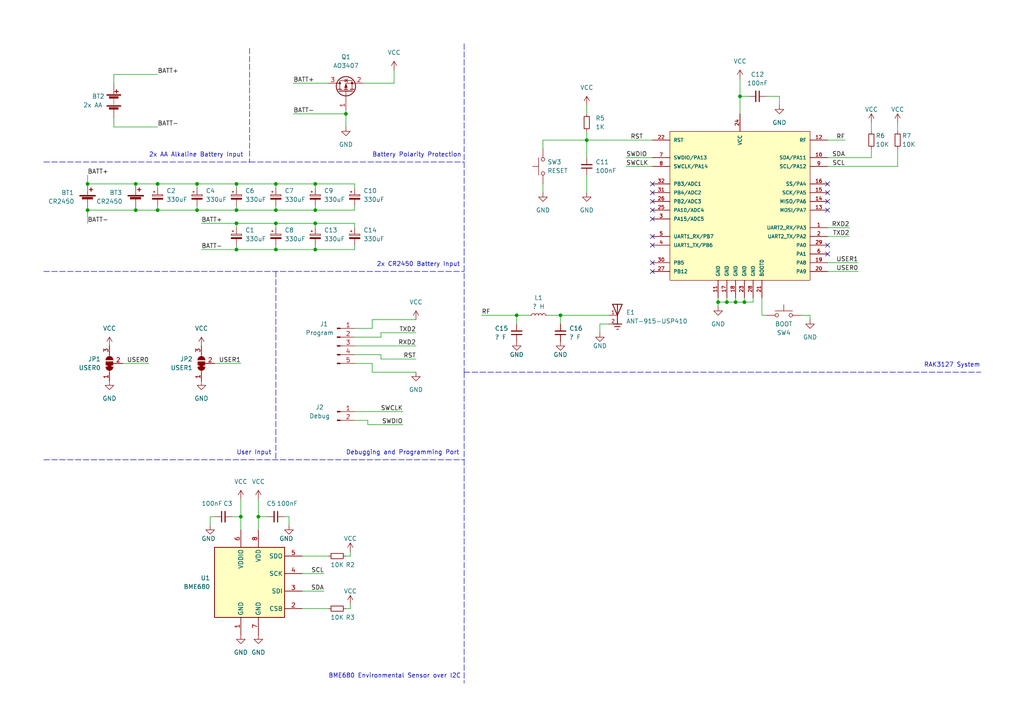
<source format=kicad_sch>
(kicad_sch (version 20211123) (generator eeschema)
  (paper "A4")
  (lib_symbols
    (symbol "Connector:Conn_01x02_Male" (pin_names (offset 1.016) hide)
      (property "Reference" "J" (at 0 2.54 0))
      (property "Value" "Conn_01x02_Male" (at 0 -5.08 0))
      (symbol "Conn_01x02_Male_1_1"
        (polyline (pts (xy 1.27 -2.54) (xy 0.8636 -2.54)) (stroke (width 0.1524)))
        (polyline (pts (xy 1.27 0) (xy 0.8636 0)) (stroke (width 0.1524)))
        (rectangle (start 0.8636 -2.413) (end 0 -2.667) (stroke (width 0.1524)) (fill (type outline)))
        (rectangle (start 0.8636 0.127) (end 0 -0.127) (stroke (width 0.1524)) (fill (type outline)))
        (pin passive line (at 5.08 0 180) (length 3.81) (name "Pin_1") (number "1"))
        (pin passive line (at 5.08 -2.54 180) (length 3.81) (name "Pin_2") (number "2"))
      )
    )
    (symbol "Connector:Conn_01x05_Male" (pin_names (offset 1.016) hide)
      (property "Reference" "J" (at 0 7.62 0))
      (property "Value" "Conn_01x05_Male" (at 0 -7.62 0))
      (symbol "Conn_01x05_Male_1_1"
        (polyline (pts (xy 1.27 -5.08) (xy 0.8636 -5.08)) (stroke (width 0.1524)))
        (polyline (pts (xy 1.27 -2.54) (xy 0.8636 -2.54)) (stroke (width 0.1524)))
        (polyline (pts (xy 1.27 0) (xy 0.8636 0)) (stroke (width 0.1524)))
        (polyline (pts (xy 1.27 2.54) (xy 0.8636 2.54)) (stroke (width 0.1524)))
        (polyline (pts (xy 1.27 5.08) (xy 0.8636 5.08)) (stroke (width 0.1524)))
        (rectangle (start 0.8636 -4.953) (end 0 -5.207) (stroke (width 0.1524)) (fill (type outline)))
        (rectangle (start 0.8636 -2.413) (end 0 -2.667) (stroke (width 0.1524)) (fill (type outline)))
        (rectangle (start 0.8636 0.127) (end 0 -0.127) (stroke (width 0.1524)) (fill (type outline)))
        (rectangle (start 0.8636 2.667) (end 0 2.413) (stroke (width 0.1524)) (fill (type outline)))
        (rectangle (start 0.8636 5.207) (end 0 4.953) (stroke (width 0.1524)) (fill (type outline)))
        (pin passive line (at 5.08 5.08 180) (length 3.81) (name "Pin_1") (number "1"))
        (pin passive line (at 5.08 2.54 180) (length 3.81) (name "Pin_2") (number "2"))
        (pin passive line (at 5.08 0 180) (length 3.81) (name "Pin_3") (number "3"))
        (pin passive line (at 5.08 -2.54 180) (length 3.81) (name "Pin_4") (number "4"))
        (pin passive line (at 5.08 -5.08 180) (length 3.81) (name "Pin_5") (number "5"))
      )
    )
    (symbol "Device:Battery" (pin_numbers hide) (pin_names (offset 0) hide)
      (property "Reference" "BT" (at 2.54 2.54 0))
      (property "Value" "Battery" (at 2.54 0 0))
      (symbol "Battery_0_1"
        (rectangle (start -2.032 -1.397) (end 2.032 -1.651) (fill (type outline)))
        (rectangle (start -2.032 1.778) (end 2.032 1.524) (fill (type outline)))
        (rectangle (start -1.3208 -1.9812) (end 1.27 -2.4892) (fill (type outline)))
        (rectangle (start -1.3208 1.1938) (end 1.27 0.6858) (fill (type outline)))
        (polyline (pts (xy 0 -1.524) (xy 0 -1.27)))
        (polyline (pts (xy 0 -1.016) (xy 0 -0.762)))
        (polyline (pts (xy 0 -0.508) (xy 0 -0.254)))
        (polyline (pts (xy 0 0) (xy 0 0.254)))
        (polyline (pts (xy 0 0.508) (xy 0 0.762)))
        (polyline (pts (xy 0 1.778) (xy 0 2.54)))
        (polyline (pts (xy 0.254 2.667) (xy 1.27 2.667)) (stroke (width 0.254)))
        (polyline (pts (xy 0.762 3.175) (xy 0.762 2.159)) (stroke (width 0.254)))
      )
      (symbol "Battery_1_1"
        (pin passive line (at 0 5.08 270) (length 2.54) (name "+") (number "1"))
        (pin passive line (at 0 -5.08 90) (length 2.54) (name "-") (number "2"))
      )
    )
    (symbol "Device:Battery_Cell" (pin_numbers hide) (pin_names (offset 0) hide)
      (property "Reference" "BT" (at 2.54 2.54 0))
      (property "Value" "Battery_Cell" (at 2.54 0 0))
      (symbol "Battery_Cell_0_1"
        (rectangle (start -2.286 1.778) (end 2.286 1.524) (fill (type outline)))
        (rectangle (start -1.5748 1.1938) (end 1.4732 0.6858) (fill (type outline)))
        (polyline (pts (xy 0 0.762) (xy 0 0)))
        (polyline (pts (xy 0 1.778) (xy 0 2.54)))
        (polyline (pts (xy 0.508 3.429) (xy 1.524 3.429)) (stroke (width 0.254)))
        (polyline (pts (xy 1.016 3.937) (xy 1.016 2.921)) (stroke (width 0.254)))
      )
      (symbol "Battery_Cell_1_1"
        (pin passive line (at 0 5.08 270) (length 2.54) (name "+") (number "1"))
        (pin passive line (at 0 -2.54 90) (length 2.54) (name "-") (number "2"))
      )
    )
    (symbol "Device:C_Polarized_Small" (pin_numbers hide) (pin_names (offset 0.254) hide)
      (property "Reference" "C" (at 0.254 1.778 0))
      (property "Value" "C_Polarized_Small" (at 0.254 -2.032 0))
      (symbol "C_Polarized_Small_0_1"
        (rectangle (start -1.524 -0.3048) (end 1.524 -0.6858) (fill (type outline)))
        (rectangle (start -1.524 0.6858) (end 1.524 0.3048))
        (polyline (pts (xy -1.27 1.524) (xy -0.762 1.524)))
        (polyline (pts (xy -1.016 1.27) (xy -1.016 1.778)))
      )
      (symbol "C_Polarized_Small_1_1"
        (pin passive line (at 0 2.54 270) (length 1.8542) (name "~") (number "1"))
        (pin passive line (at 0 -2.54 90) (length 1.8542) (name "~") (number "2"))
      )
    )
    (symbol "Device:C_Small" (pin_numbers hide) (pin_names (offset 0.254) hide)
      (property "Reference" "C" (at 0.254 1.778 0))
      (property "Value" "C_Small" (at 0.254 -2.032 0))
      (symbol "C_Small_0_1"
        (polyline (pts (xy -1.524 -0.508) (xy 1.524 -0.508)) (stroke (width 0.3302)))
        (polyline (pts (xy -1.524 0.508) (xy 1.524 0.508)) (stroke (width 0.3048)))
      )
      (symbol "C_Small_1_1"
        (pin passive line (at 0 2.54 270) (length 2.032) (name "~") (number "1"))
        (pin passive line (at 0 -2.54 90) (length 2.032) (name "~") (number "2"))
      )
    )
    (symbol "Device:L_Small" (pin_numbers hide) (pin_names (offset 0.254) hide)
      (property "Reference" "L" (at 0.762 1.016 0))
      (property "Value" "L_Small" (at 0.762 -1.016 0))
      (symbol "L_Small_0_1"
        (arc (start 0 -2.032) (mid 0.508 -1.524) (end 0 -1.016))
        (arc (start 0 -1.016) (mid 0.508 -0.508) (end 0 0))
        (arc (start 0 0) (mid 0.508 0.508) (end 0 1.016))
        (arc (start 0 1.016) (mid 0.508 1.524) (end 0 2.032))
      )
      (symbol "L_Small_1_1"
        (pin passive line (at 0 2.54 270) (length 0.508) (name "~") (number "1"))
        (pin passive line (at 0 -2.54 90) (length 0.508) (name "~") (number "2"))
      )
    )
    (symbol "Device:Q_PMOS_GSD" (pin_names (offset 0) hide)
      (property "Reference" "Q" (at 5.08 1.27 0))
      (property "Value" "Q_PMOS_GSD" (at 5.08 -1.27 0))
      (symbol "Q_PMOS_GSD_0_1"
        (polyline (pts (xy 0.254 0) (xy -2.54 0)))
        (polyline (pts (xy 0.254 1.905) (xy 0.254 -1.905)) (stroke (width 0.254)))
        (polyline (pts (xy 0.762 -1.27) (xy 0.762 -2.286)) (stroke (width 0.254)))
        (polyline (pts (xy 0.762 0.508) (xy 0.762 -0.508)) (stroke (width 0.254)))
        (polyline (pts (xy 0.762 2.286) (xy 0.762 1.27)) (stroke (width 0.254)))
        (polyline (pts (xy 2.54 2.54) (xy 2.54 1.778)))
        (polyline (pts (xy 2.54 -2.54) (xy 2.54 0) (xy 0.762 0)))
        (polyline (pts (xy 0.762 1.778) (xy 3.302 1.778) (xy 3.302 -1.778) (xy 0.762 -1.778)))
        (polyline (pts (xy 2.286 0) (xy 1.27 0.381) (xy 1.27 -0.381) (xy 2.286 0)) (fill (type outline)))
        (polyline (pts (xy 2.794 -0.508) (xy 2.921 -0.381) (xy 3.683 -0.381) (xy 3.81 -0.254)))
        (polyline (pts (xy 3.302 -0.381) (xy 2.921 0.254) (xy 3.683 0.254) (xy 3.302 -0.381)))
        (circle (center 1.651 0) (radius 2.794) (stroke (width 0.254)))
        (circle (center 2.54 -1.778) (radius 0.254) (fill (type outline)))
        (circle (center 2.54 1.778) (radius 0.254) (fill (type outline)))
      )
      (symbol "Q_PMOS_GSD_1_1"
        (pin input line (at -5.08 0 0) (length 2.54) (name "G") (number "1"))
        (pin passive line (at 2.54 -5.08 90) (length 2.54) (name "S") (number "2"))
        (pin passive line (at 2.54 5.08 270) (length 2.54) (name "D") (number "3"))
      )
    )
    (symbol "Device:R_Small" (pin_numbers hide) (pin_names (offset 0.254) hide)
      (property "Reference" "R" (at 0.762 0.508 0))
      (property "Value" "R_Small" (at 0.762 -1.016 0))
      (symbol "R_Small_0_1"
        (rectangle (start -0.762 1.778) (end 0.762 -1.778) (stroke (width 0.2032)))
      )
      (symbol "R_Small_1_1"
        (pin passive line (at 0 2.54 270) (length 0.762) (name "~") (number "1"))
        (pin passive line (at 0 -2.54 90) (length 0.762) (name "~") (number "2"))
      )
    )
    (symbol "Jumper:SolderJumper_3_Bridged12" (pin_names (offset 0) hide)
      (property "Reference" "JP" (at -2.54 -2.54 0))
      (property "Value" "SolderJumper_3_Bridged12" (at 0 2.794 0))
      (symbol "SolderJumper_3_Bridged12_0_1"
        (rectangle (start -1.016 0.508) (end -0.508 -0.508) (fill (type outline)))
        (arc (start -1.016 1.016) (mid -2.032 0) (end -1.016 -1.016))
        (arc (start -1.016 1.016) (mid -2.032 0) (end -1.016 -1.016) (fill (type outline)))
        (rectangle (start -0.508 1.016) (end 0.508 -1.016) (fill (type outline)))
        (polyline (pts (xy -2.54 0) (xy -2.032 0)))
        (polyline (pts (xy -1.016 1.016) (xy -1.016 -1.016)))
        (polyline (pts (xy 0 -1.27) (xy 0 -1.016)))
        (polyline (pts (xy 1.016 1.016) (xy 1.016 -1.016)))
        (polyline (pts (xy 2.54 0) (xy 2.032 0)))
        (arc (start 1.016 -1.016) (mid 2.032 0) (end 1.016 1.016))
        (arc (start 1.016 -1.016) (mid 2.032 0) (end 1.016 1.016) (fill (type outline)))
      )
      (symbol "SolderJumper_3_Bridged12_1_1"
        (pin passive line (at -5.08 0 0) (length 2.54) (name "A") (number "1"))
        (pin passive line (at 0 -3.81 90) (length 2.54) (name "C") (number "2"))
        (pin passive line (at 5.08 0 180) (length 2.54) (name "B") (number "3"))
      )
    )
    (symbol "Sensor:BME680"
      (property "Reference" "U" (at -8.89 11.43 0))
      (property "Value" "BME680" (at 7.62 11.43 0))
      (symbol "BME680_0_1"
        (rectangle (start -10.16 10.16) (end 10.16 -10.16) (stroke (width 0.254)) (fill (type background)))
      )
      (symbol "BME680_1_1"
        (pin power_in line (at -2.54 -15.24 90) (length 5.08) (name "GND") (number "1"))
        (pin input line (at 15.24 -7.62 180) (length 5.08) (name "CSB") (number "2"))
        (pin bidirectional line (at 15.24 -2.54 180) (length 5.08) (name "SDI") (number "3"))
        (pin input line (at 15.24 2.54 180) (length 5.08) (name "SCK") (number "4"))
        (pin bidirectional line (at 15.24 7.62 180) (length 5.08) (name "SDO") (number "5"))
        (pin power_in line (at -2.54 15.24 270) (length 5.08) (name "VDDIO") (number "6"))
        (pin power_in line (at 2.54 -15.24 90) (length 5.08) (name "GND") (number "7"))
        (pin power_in line (at 2.54 15.24 270) (length 5.08) (name "VDD") (number "8"))
      )
    )
    (symbol "Switch:SW_Push" (pin_numbers hide) (pin_names (offset 1.016) hide)
      (property "Reference" "SW" (at 1.27 2.54 0))
      (property "Value" "SW_Push" (at 0 -1.524 0))
      (symbol "SW_Push_0_1"
        (circle (center -2.032 0) (radius 0.508))
        (polyline (pts (xy 0 1.27) (xy 0 3.048)))
        (polyline (pts (xy 2.54 1.27) (xy -2.54 1.27)))
        (circle (center 2.032 0) (radius 0.508))
        (pin passive line (at -5.08 0 0) (length 2.54) (name "1") (number "1"))
        (pin passive line (at 5.08 0 180) (length 2.54) (name "2") (number "2"))
      )
    )
    (symbol "Teapot:ANT-915-USP410" (pin_names (offset 1.016) hide)
      (property "Reference" "E" (at -5.08 -7.62 0))
      (property "Value" "ANT-915-USP410" (at 2.159 -1.016 0))
      (symbol "ANT-915-USP410_0_0"
        (polyline (pts (xy -1.397 3.175) (xy 0 3.175)) (stroke (width 0.254)))
        (polyline (pts (xy -0.762 -3.302) (xy 0.762 -3.302)) (stroke (width 0.254)))
        (polyline (pts (xy -0.127 -4.064) (xy 0.254 -4.064)) (stroke (width 0.254)))
        (polyline (pts (xy 0 -2.54) (xy -1.27 -2.54)) (stroke (width 0.254)))
        (polyline (pts (xy 0 -2.54) (xy 1.27 -2.54)) (stroke (width 0.254)))
        (polyline (pts (xy 0 0) (xy -1.397 3.175)) (stroke (width 0.254)))
        (polyline (pts (xy 0 0) (xy 0 -2.54)) (stroke (width 0.254)))
        (polyline (pts (xy 0 3.175) (xy 0 0)) (stroke (width 0.254)))
        (polyline (pts (xy 0 3.175) (xy 1.397 3.175)) (stroke (width 0.254)))
        (polyline (pts (xy 1.397 3.175) (xy 0 0)) (stroke (width 0.254)))
        (pin passive line (at -2.54 0 0) (length 2.54) (name "~") (number "1"))
        (pin power_in line (at -2.54 -2.54 0) (length 2.54) (name "~") (number "2"))
      )
    )
    (symbol "Teapot:RAK3172" (pin_names (offset 1.016))
      (symbol "RAK3172_0_0"
        (rectangle (start 20.32 -21.59) (end -20.32 21.59) (fill (type background)))
        (pin bidirectional line (at 25.4 -6.35 180) (length 5.08) (name "UART2_RX/PA3") (number "1"))
        (pin bidirectional line (at 25.4 13.97 180) (length 5.08) (name "SDA/PA11") (number "10"))
        (pin output line (at -6.35 -26.67 90) (length 5.08) (name "GND") (number "11"))
        (pin output line (at 25.4 19.05 180) (length 5.08) (name "RF") (number "12"))
        (pin bidirectional line (at 25.4 -1.27 180) (length 5.08) (name "MOSI/PA7") (number "13"))
        (pin bidirectional line (at 25.4 1.27 180) (length 5.08) (name "MISO/PA6") (number "14"))
        (pin bidirectional line (at 25.4 3.81 180) (length 5.08) (name "SCK/PA5") (number "15"))
        (pin bidirectional line (at 25.4 6.35 180) (length 5.08) (name "SS/PA4") (number "16"))
        (pin output line (at -3.81 -26.67 90) (length 5.08) (name "GND") (number "17"))
        (pin output line (at -1.27 -26.67 90) (length 5.08) (name "GND") (number "18"))
        (pin bidirectional line (at 25.4 -16.51 180) (length 5.08) (name "PA8") (number "19"))
        (pin bidirectional line (at 25.4 -8.89 180) (length 5.08) (name "UART2_TX/PA2") (number "2"))
        (pin bidirectional line (at 25.4 -19.05 180) (length 5.08) (name "PA9") (number "20"))
        (pin input line (at 6.35 -26.67 90) (length 5.08) (name "BOOT0") (number "21"))
        (pin input line (at -25.4 19.05 0) (length 5.08) (name "RST") (number "22"))
        (pin output line (at 1.27 -26.67 90) (length 5.08) (name "GND") (number "23"))
        (pin power_in line (at 0 26.67 270) (length 5.08) (name "VCC") (number "24"))
        (pin bidirectional line (at -25.4 -1.27 0) (length 5.08) (name "PA10/ADC4") (number "25"))
        (pin bidirectional line (at -25.4 1.27 0) (length 5.08) (name "PB2/ADC3") (number "26"))
        (pin bidirectional line (at -25.4 -19.05 0) (length 5.08) (name "PB12") (number "27"))
        (pin output line (at 3.81 -26.67 90) (length 5.08) (name "GND") (number "28"))
        (pin bidirectional line (at 25.4 -11.43 180) (length 5.08) (name "PA0") (number "29"))
        (pin bidirectional line (at -25.4 -3.81 0) (length 5.08) (name "PA15/ADC5") (number "3"))
        (pin bidirectional line (at -25.4 -16.51 0) (length 5.08) (name "PB5") (number "30"))
        (pin bidirectional line (at -25.4 3.81 0) (length 5.08) (name "PB4/ADC2") (number "31"))
        (pin bidirectional line (at -25.4 6.35 0) (length 5.08) (name "PB3/ADC1") (number "32"))
        (pin bidirectional line (at -25.4 -11.43 0) (length 5.08) (name "UART1_TX/PB6") (number "4"))
        (pin bidirectional line (at -25.4 -8.89 0) (length 5.08) (name "UART1_RX/PB7") (number "5"))
        (pin bidirectional line (at 25.4 -13.97 180) (length 5.08) (name "PA1") (number "6"))
        (pin bidirectional line (at -25.4 13.97 0) (length 5.08) (name "SWDIO/PA13") (number "7"))
        (pin bidirectional line (at -25.4 11.43 0) (length 5.08) (name "SWCLK/PA14") (number "8"))
        (pin bidirectional line (at 25.4 11.43 180) (length 5.08) (name "SCL/PA12") (number "9"))
      )
    )
    (symbol "power:GND" (power) (pin_names (offset 0))
      (property "Value" "GND" (at 0 -3.81 0))
      (symbol "GND_0_1"
        (polyline (pts (xy 0 0) (xy 0 -1.27) (xy 1.27 -1.27) (xy 0 -2.54) (xy -1.27 -1.27) (xy 0 -1.27)))
      )
      (symbol "GND_1_1"
        (pin power_in line (at 0 0 270) (length 0) hide (name "GND") (number "1"))
      )
    )
    (symbol "power:VCC" (power) (pin_names (offset 0))
      (property "Value" "VCC" (at 0 3.81 0))
      (symbol "VCC_0_1"
        (polyline (pts (xy -0.762 1.27) (xy 0 2.54)))
        (polyline (pts (xy 0 0) (xy 0 2.54)))
        (polyline (pts (xy 0 2.54) (xy 0.762 1.27)))
      )
      (symbol "VCC_1_1"
        (pin power_in line (at 0 0 90) (length 0) hide (name "VCC") (number "1"))
      )
    )
  )
  (junction (at 80.01 64.77))
  (junction (at 25.4 53.34))
  (junction (at 91.44 72.39))
  (junction (at 45.72 60.96))
  (junction (at 149.86 91.44))
  (junction (at 80.01 72.39))
  (junction (at 80.01 53.34))
  (junction (at 68.58 60.96))
  (junction (at 57.15 60.96))
  (junction (at 68.58 72.39))
  (junction (at 91.44 60.96))
  (junction (at 208.28 87.63))
  (junction (at 213.36 87.63))
  (junction (at 39.37 60.96))
  (junction (at 210.82 87.63))
  (junction (at 80.01 60.96))
  (junction (at 91.44 64.77))
  (junction (at 69.85 149.86))
  (junction (at 57.15 53.34))
  (junction (at 100.33 33.02))
  (junction (at 68.58 53.34))
  (junction (at 162.56 91.44))
  (junction (at 39.37 53.34))
  (junction (at 74.93 149.86))
  (junction (at 170.18 40.64))
  (junction (at 68.58 64.77))
  (junction (at 214.63 27.94))
  (junction (at 215.9 87.63))
  (junction (at 45.72 53.34))
  (junction (at 91.44 53.34))
  (junction (at 25.4 60.96))
  (no_connect (at 189.23 60.96))
  (no_connect (at 189.23 63.5))
  (no_connect (at 189.23 58.42))
  (no_connect (at 189.23 71.12))
  (no_connect (at 189.23 68.58))
  (no_connect (at 189.23 76.2))
  (no_connect (at 189.23 78.74))
  (no_connect (at 240.03 73.66))
  (no_connect (at 240.03 71.12))
  (no_connect (at 189.23 55.88))
  (no_connect (at 189.23 53.34))
  (no_connect (at 240.03 58.42))
  (no_connect (at 240.03 60.96))
  (no_connect (at 240.03 55.88))
  (no_connect (at 240.03 53.34))
  (wire (pts (xy 80.01 71.12) (xy 80.01 72.39)))
  (wire (pts (xy 100.33 31.75) (xy 100.33 33.02)))
  (wire (pts (xy 101.6 160.02) (xy 101.6 161.29)))
  (wire (pts (xy 87.63 166.37) (xy 93.98 166.37)))
  (wire (pts (xy 105.41 24.13) (xy 114.3 24.13)))
  (wire (pts (xy 57.15 59.69) (xy 57.15 60.96)))
  (wire (pts (xy 218.44 87.63) (xy 215.9 87.63)))
  (wire (pts (xy 157.48 43.18) (xy 157.48 40.64)))
  (wire (pts (xy 83.82 149.86) (xy 83.82 152.4)))
  (wire (pts (xy 80.01 53.34) (xy 80.01 54.61)))
  (wire (pts (xy 110.49 96.52) (xy 110.49 97.79)))
  (wire (pts (xy 149.86 91.44) (xy 149.86 93.98)))
  (wire (pts (xy 91.44 72.39) (xy 80.01 72.39)))
  (wire (pts (xy 162.56 91.44) (xy 162.56 93.98)))
  (wire (pts (xy 260.35 43.18) (xy 260.35 48.26)))
  (wire (pts (xy 39.37 53.34) (xy 45.72 53.34)))
  (wire (pts (xy 100.33 33.02) (xy 100.33 36.83)))
  (wire (pts (xy 181.61 45.72) (xy 189.23 45.72)))
  (wire (pts (xy 68.58 60.96) (xy 57.15 60.96)))
  (wire (pts (xy 74.93 149.86) (xy 77.47 149.86)))
  (wire (pts (xy 173.99 93.98) (xy 176.53 93.98)))
  (wire (pts (xy 210.82 87.63) (xy 208.28 87.63)))
  (wire (pts (xy 101.6 176.53) (xy 100.33 176.53)))
  (wire (pts (xy 33.02 21.59) (xy 33.02 24.13)))
  (wire (pts (xy 87.63 171.45) (xy 93.98 171.45)))
  (wire (pts (xy 114.3 24.13) (xy 114.3 20.32)))
  (wire (pts (xy 68.58 72.39) (xy 80.01 72.39)))
  (wire (pts (xy 215.9 87.63) (xy 213.36 87.63)))
  (polyline (pts (xy 12.7 78.74) (xy 134.62 78.74)))
  (wire (pts (xy 80.01 60.96) (xy 68.58 60.96)))
  (wire (pts (xy 149.86 91.44) (xy 153.67 91.44)))
  (wire (pts (xy 35.56 105.41) (xy 43.18 105.41)))
  (wire (pts (xy 58.42 64.77) (xy 68.58 64.77)))
  (wire (pts (xy 213.36 86.36) (xy 213.36 87.63)))
  (wire (pts (xy 91.44 60.96) (xy 80.01 60.96)))
  (wire (pts (xy 69.85 144.78) (xy 69.85 149.86)))
  (wire (pts (xy 107.95 92.71) (xy 120.65 92.71)))
  (wire (pts (xy 45.72 53.34) (xy 45.72 54.61)))
  (wire (pts (xy 214.63 27.94) (xy 214.63 33.02)))
  (wire (pts (xy 87.63 176.53) (xy 95.25 176.53)))
  (wire (pts (xy 62.23 149.86) (xy 60.96 149.86)))
  (wire (pts (xy 45.72 53.34) (xy 57.15 53.34)))
  (wire (pts (xy 25.4 50.8) (xy 25.4 53.34)))
  (wire (pts (xy 240.03 76.2) (xy 248.92 76.2)))
  (wire (pts (xy 210.82 86.36) (xy 210.82 87.63)))
  (wire (pts (xy 45.72 59.69) (xy 45.72 60.96)))
  (wire (pts (xy 170.18 40.64) (xy 170.18 38.1)))
  (wire (pts (xy 57.15 53.34) (xy 68.58 53.34)))
  (wire (pts (xy 85.09 24.13) (xy 95.25 24.13)))
  (wire (pts (xy 260.35 35.56) (xy 260.35 38.1)))
  (wire (pts (xy 25.4 60.96) (xy 25.4 64.77)))
  (wire (pts (xy 214.63 27.94) (xy 217.17 27.94)))
  (wire (pts (xy 91.44 59.69) (xy 91.44 60.96)))
  (wire (pts (xy 25.4 53.34) (xy 39.37 53.34)))
  (wire (pts (xy 170.18 50.8) (xy 170.18 55.88)))
  (polyline (pts (xy 12.7 133.35) (xy 134.62 133.35)))
  (wire (pts (xy 107.95 107.95) (xy 120.65 107.95)))
  (wire (pts (xy 91.44 53.34) (xy 102.87 53.34)))
  (wire (pts (xy 106.68 123.19) (xy 116.84 123.19)))
  (wire (pts (xy 162.56 91.44) (xy 176.53 91.44)))
  (wire (pts (xy 173.99 96.52) (xy 173.99 93.98)))
  (wire (pts (xy 69.85 149.86) (xy 67.31 149.86)))
  (wire (pts (xy 106.68 123.19) (xy 106.68 121.92)))
  (wire (pts (xy 82.55 149.86) (xy 83.82 149.86)))
  (wire (pts (xy 110.49 104.14) (xy 110.49 102.87)))
  (wire (pts (xy 68.58 59.69) (xy 68.58 60.96)))
  (wire (pts (xy 110.49 96.52) (xy 120.65 96.52)))
  (wire (pts (xy 107.95 92.71) (xy 107.95 95.25)))
  (wire (pts (xy 102.87 100.33) (xy 120.65 100.33)))
  (wire (pts (xy 222.25 27.94) (xy 226.06 27.94)))
  (wire (pts (xy 33.02 36.83) (xy 45.72 36.83)))
  (wire (pts (xy 91.44 53.34) (xy 91.44 54.61)))
  (wire (pts (xy 170.18 30.48) (xy 170.18 33.02)))
  (wire (pts (xy 102.87 53.34) (xy 102.87 54.61)))
  (polyline (pts (xy 134.62 107.95) (xy 134.62 133.35)))
  (wire (pts (xy 102.87 72.39) (xy 91.44 72.39)))
  (wire (pts (xy 60.96 149.86) (xy 60.96 152.4)))
  (wire (pts (xy 208.28 87.63) (xy 208.28 88.9)))
  (polyline (pts (xy 72.39 13.97) (xy 72.39 46.99)))
  (wire (pts (xy 102.87 59.69) (xy 102.87 60.96)))
  (polyline (pts (xy 134.62 107.95) (xy 284.48 107.95)))
  (wire (pts (xy 215.9 86.36) (xy 215.9 87.63)))
  (wire (pts (xy 110.49 102.87) (xy 102.87 102.87)))
  (wire (pts (xy 58.42 72.39) (xy 68.58 72.39)))
  (wire (pts (xy 170.18 40.64) (xy 189.23 40.64)))
  (wire (pts (xy 91.44 71.12) (xy 91.44 72.39)))
  (wire (pts (xy 107.95 105.41) (xy 102.87 105.41)))
  (wire (pts (xy 170.18 40.64) (xy 170.18 45.72)))
  (wire (pts (xy 68.58 64.77) (xy 68.58 66.04)))
  (wire (pts (xy 101.6 161.29) (xy 100.33 161.29)))
  (wire (pts (xy 157.48 53.34) (xy 157.48 55.88)))
  (wire (pts (xy 214.63 22.86) (xy 214.63 27.94)))
  (wire (pts (xy 91.44 64.77) (xy 102.87 64.77)))
  (wire (pts (xy 45.72 60.96) (xy 57.15 60.96)))
  (wire (pts (xy 80.01 64.77) (xy 80.01 66.04)))
  (wire (pts (xy 68.58 53.34) (xy 80.01 53.34)))
  (wire (pts (xy 107.95 95.25) (xy 102.87 95.25)))
  (wire (pts (xy 68.58 53.34) (xy 68.58 54.61)))
  (wire (pts (xy 220.98 91.44) (xy 222.25 91.44)))
  (polyline (pts (xy 72.39 46.99) (xy 134.62 46.99)))
  (wire (pts (xy 91.44 64.77) (xy 91.44 66.04)))
  (wire (pts (xy 158.75 91.44) (xy 162.56 91.44)))
  (polyline (pts (xy 12.7 46.99) (xy 72.39 46.99)))
  (wire (pts (xy 25.4 60.96) (xy 39.37 60.96)))
  (wire (pts (xy 110.49 97.79) (xy 102.87 97.79)))
  (wire (pts (xy 62.23 105.41) (xy 69.85 105.41)))
  (wire (pts (xy 139.7 91.44) (xy 149.86 91.44)))
  (wire (pts (xy 240.03 40.64) (xy 245.11 40.64)))
  (wire (pts (xy 68.58 71.12) (xy 68.58 72.39)))
  (wire (pts (xy 57.15 53.34) (xy 57.15 54.61)))
  (wire (pts (xy 110.49 104.14) (xy 120.65 104.14)))
  (wire (pts (xy 102.87 60.96) (xy 91.44 60.96)))
  (wire (pts (xy 101.6 175.26) (xy 101.6 176.53)))
  (wire (pts (xy 106.68 121.92) (xy 102.87 121.92)))
  (wire (pts (xy 220.98 86.36) (xy 220.98 91.44)))
  (wire (pts (xy 234.95 91.44) (xy 234.95 92.71)))
  (wire (pts (xy 213.36 87.63) (xy 210.82 87.63)))
  (wire (pts (xy 252.73 43.18) (xy 252.73 45.72)))
  (polyline (pts (xy 80.01 78.74) (xy 80.01 133.35)))
  (wire (pts (xy 252.73 35.56) (xy 252.73 38.1)))
  (wire (pts (xy 102.87 71.12) (xy 102.87 72.39)))
  (wire (pts (xy 33.02 34.29) (xy 33.02 36.83)))
  (wire (pts (xy 208.28 86.36) (xy 208.28 87.63)))
  (wire (pts (xy 102.87 119.38) (xy 116.84 119.38)))
  (wire (pts (xy 33.02 21.59) (xy 45.72 21.59)))
  (wire (pts (xy 69.85 149.86) (xy 69.85 153.67)))
  (wire (pts (xy 240.03 78.74) (xy 248.92 78.74)))
  (wire (pts (xy 102.87 64.77) (xy 102.87 66.04)))
  (wire (pts (xy 74.93 149.86) (xy 74.93 153.67)))
  (wire (pts (xy 74.93 144.78) (xy 74.93 149.86)))
  (wire (pts (xy 240.03 66.04) (xy 246.38 66.04)))
  (wire (pts (xy 87.63 161.29) (xy 95.25 161.29)))
  (polyline (pts (xy 134.62 12.7) (xy 134.62 72.39)))
  (wire (pts (xy 240.03 68.58) (xy 246.38 68.58)))
  (wire (pts (xy 240.03 45.72) (xy 252.73 45.72)))
  (wire (pts (xy 181.61 48.26) (xy 189.23 48.26)))
  (polyline (pts (xy 134.62 72.39) (xy 134.62 107.95)))
  (wire (pts (xy 80.01 64.77) (xy 91.44 64.77)))
  (wire (pts (xy 80.01 59.69) (xy 80.01 60.96)))
  (wire (pts (xy 107.95 107.95) (xy 107.95 105.41)))
  (wire (pts (xy 232.41 91.44) (xy 234.95 91.44)))
  (wire (pts (xy 240.03 48.26) (xy 260.35 48.26)))
  (wire (pts (xy 218.44 86.36) (xy 218.44 87.63)))
  (wire (pts (xy 80.01 53.34) (xy 91.44 53.34)))
  (wire (pts (xy 85.09 33.02) (xy 100.33 33.02)))
  (wire (pts (xy 39.37 60.96) (xy 45.72 60.96)))
  (wire (pts (xy 226.06 27.94) (xy 226.06 30.48)))
  (wire (pts (xy 157.48 40.64) (xy 170.18 40.64)))
  (polyline (pts (xy 134.62 133.35) (xy 134.62 198.12)))
  (wire (pts (xy 68.58 64.77) (xy 80.01 64.77)))
  (text "RAK3127 System" (at 267.97 106.68 0) (effects (font (size 1.27 1.27)) (justify left bottom)))
  (text "BME680 Environmental Sensor over I2C" (at 95.25 196.85 0) (effects (font (size 1.27 1.27)) (justify left bottom)))
  (text "2x CR2450 Battery Input" (at 109.22 77.47 0) (effects (font (size 1.27 1.27)) (justify left bottom)))
  (text "Battery Polarity Protection" (at 107.95 45.72 0) (effects (font (size 1.27 1.27)) (justify left bottom)))
  (text "2x AA Alkaline Battery Input" (at 43.18 45.72 0) (effects (font (size 1.27 1.27)) (justify left bottom)))
  (text "User Input" (at 68.58 132.08 0) (effects (font (size 1.27 1.27)) (justify left bottom)))
  (text "Debugging and Programming Port" (at 100.33 132.08 0) (effects (font (size 1.27 1.27)) (justify left bottom)))
  (label "TXD2" (at 120.65 96.52 180))
  (label "SWCLK" (at 116.84 119.38 180))
  (label "RF" (at 139.7 91.44 0))
  (label "SCL" (at 93.98 166.37 180))
  (label "BATT-" (at 25.4 64.77 0))
  (label "BATT-" (at 58.42 72.39 0))
  (label "SDA" (at 245.11 45.72 180))
  (label "USER0" (at 248.92 78.74 180))
  (label "SWDIO" (at 181.61 45.72 0))
  (label "RST" (at 120.65 104.14 180))
  (label "USER1" (at 248.92 76.2 180))
  (label "BATT+" (at 45.72 21.59 0))
  (label "BATT-" (at 45.72 36.83 0))
  (label "RXD2" (at 246.38 66.04 180))
  (label "BATT+" (at 58.42 64.77 0))
  (label "BATT+" (at 85.09 24.13 0))
  (label "TXD2" (at 246.38 68.58 180))
  (label "RF" (at 245.11 40.64 180))
  (label "RXD2" (at 120.65 100.33 180))
  (label "BATT-" (at 85.09 33.02 0))
  (label "USER1" (at 69.85 105.41 180))
  (label "SWDIO" (at 116.84 123.19 180))
  (label "RST" (at 182.88 40.64 0))
  (label "SWCLK" (at 181.61 48.26 0))
  (label "USER0" (at 43.18 105.41 180))
  (label "SDA" (at 93.98 171.45 180))
  (label "BATT+" (at 25.4 50.8 0))
  (label "SCL" (at 245.11 48.26 180))
  (symbol (lib_id "power:GND") (at 157.48 55.88 0) (unit 1)
    (property "Reference" "#PWR017" (effects hide))
    (property "Value" "GND" (at 157.48 60.96 0))
  )
  (symbol (lib_id "power:VCC") (at 101.6 160.02 0) (mirror y) (unit 1)
    (property "Reference" "#PWR014" (effects hide))
    (property "Value" "VCC" (at 101.6 156.21 0))
  )
  (symbol (lib_id "power:VCC") (at 74.93 144.78 0) (unit 1)
    (property "Reference" "#PWR07" (effects hide))
    (property "Value" "VCC" (at 74.93 139.7 0))
  )
  (symbol (lib_id "Device:R_Small") (at 252.73 40.64 0) (unit 1)
    (property "Reference" "R6" (at 254 39.37 0) (effects (justify left)))
    (property "Value" "10K" (at 254 41.91 0) (effects (justify left)))
    (property "Footprint" "Resistor_SMD:R_1206_3216Metric_Pad1.30x1.75mm_HandSolder" (effects hide))
  )
  (symbol (lib_id "Device:C_Polarized_Small") (at 68.58 68.58 0) (unit 1)
    (property "Reference" "C1" (at 71.12 66.7638 0) (effects (justify left)))
    (property "Value" "330uF" (at 71.12 69.3038 0) (effects (justify left)))
    (property "Footprint" "Capacitor_Tantalum_SMD:CP_EIA-3528-15_AVX-H_Pad1.50x2.35mm_HandSolder" (effects hide))
  )
  (symbol (lib_id "power:VCC") (at 214.63 22.86 0) (unit 1)
    (property "Reference" "#PWR022" (effects hide))
    (property "Value" "VCC" (at 214.63 17.78 0))
  )
  (symbol (lib_id "power:GND") (at 100.33 36.83 0) (unit 1)
    (property "Reference" "#PWR013" (effects hide))
    (property "Value" "GND" (at 100.33 41.91 0))
  )
  (symbol (lib_id "power:GND") (at 149.86 99.06 0) (unit 1)
    (property "Reference" "#PWR0105" (effects hide))
    (property "Value" "GND" (at 149.86 102.87 0))
  )
  (symbol (lib_id "Connector:Conn_01x05_Male") (at 97.79 100.33 0) (unit 1)
    (property "Reference" "J1" (at 93.98 93.98 0))
    (property "Value" "Program" (at 92.71 96.52 0))
    (property "Footprint" "Connector_PinHeader_2.54mm:PinHeader_1x05_P2.54mm_Vertical" (effects hide))
  )
  (symbol (lib_id "Device:Battery") (at 33.02 29.21 0) (unit 1)
    (property "Reference" "BT2" (at 26.67 27.94 0) (effects (justify left)))
    (property "Value" "2x AA" (at 24.13 30.48 0) (effects (justify left)))
    (property "Footprint" "Teapot:BatteryHolder_Keystone_2462_2xAA" (effects hide))
  )
  (symbol (lib_id "power:VCC") (at 120.65 92.71 0) (unit 1)
    (property "Reference" "#PWR0103" (effects hide))
    (property "Value" "VCC" (at 120.65 87.63 0))
  )
  (symbol (lib_id "power:GND") (at 208.28 88.9 0) (unit 1)
    (property "Reference" "#PWR021" (effects hide))
    (property "Value" "GND" (at 208.28 93.98 0))
  )
  (symbol (lib_id "Sensor:BME680") (at 72.39 168.91 0) (unit 1)
    (property "Reference" "U1" (at 60.96 167.6399 0) (effects (justify right)))
    (property "Value" "BME680" (at 60.96 170.1799 0) (effects (justify right)))
    (property "Footprint" "Teapot:BME680-PSON80P300X300X100-8N" (effects hide))
    (property "Datasheet" "https://ae-bst.resource.bosch.com/media/_tech/media/datasheets/BST-BME680-DS001.pdf" (effects hide))
  )
  (symbol (lib_id "Jumper:SolderJumper_3_Bridged12") (at 58.42 105.41 90) (unit 1)
    (property "Reference" "JP2" (at 55.88 104.1399 90) (effects (justify left)))
    (property "Value" "USER1" (at 55.88 106.6799 90) (effects (justify left)))
    (property "Footprint" "Jumper:SolderJumper-3_P1.3mm_Bridged12_RoundedPad1.0x1.5mm_NumberLabels" (effects hide))
  )
  (symbol (lib_id "power:GND") (at 69.85 184.15 0) (unit 1)
    (property "Reference" "#PWR06" (effects hide))
    (property "Value" "GND" (at 69.85 189.23 0))
  )
  (symbol (lib_id "Device:C_Polarized_Small") (at 80.01 57.15 0) (unit 1)
    (property "Reference" "C7" (at 82.55 55.3338 0) (effects (justify left)))
    (property "Value" "330uF" (at 82.55 57.8738 0) (effects (justify left)))
    (property "Footprint" "Capacitor_Tantalum_SMD:CP_EIA-3528-15_AVX-H_Pad1.50x2.35mm_HandSolder" (effects hide))
  )
  (symbol (lib_id "power:GND") (at 60.96 152.4 0) (unit 1)
    (property "Reference" "#PWR04" (effects hide))
    (property "Value" "GND" (at 58.42 156.21 0) (effects (justify left)))
  )
  (symbol (lib_id "Device:C_Polarized_Small") (at 68.58 57.15 0) (unit 1)
    (property "Reference" "C6" (at 71.12 55.3338 0) (effects (justify left)))
    (property "Value" "330uF" (at 71.12 57.8738 0) (effects (justify left)))
    (property "Footprint" "Capacitor_Tantalum_SMD:CP_EIA-3528-15_AVX-H_Pad1.50x2.35mm_HandSolder" (effects hide))
  )
  (symbol (lib_id "Device:C_Small") (at 64.77 149.86 90) (mirror x) (unit 1)
    (property "Reference" "C3" (at 64.77 146.05 90) (effects (justify right)))
    (property "Value" "100nF" (at 58.42 146.05 90) (effects (justify right)))
    (property "Footprint" "Capacitor_SMD:C_1206_3216Metric_Pad1.33x1.80mm_HandSolder" (effects hide))
  )
  (symbol (lib_id "Device:C_Small") (at 219.71 27.94 270) (unit 1)
    (property "Reference" "C12" (at 219.7036 21.59 90))
    (property "Value" "100nF" (at 219.7036 24.13 90))
    (property "Footprint" "Capacitor_SMD:C_1206_3216Metric_Pad1.33x1.80mm_HandSolder" (effects hide))
  )
  (symbol (lib_id "power:GND") (at 58.42 110.49 0) (unit 1)
    (property "Reference" "#PWR0102" (effects hide))
    (property "Value" "GND" (at 58.42 115.57 0))
  )
  (symbol (lib_id "Device:C_Small") (at 149.86 96.52 180) (unit 1)
    (property "Reference" "C15" (at 143.51 95.25 0) (effects (justify right)))
    (property "Value" "? F" (at 143.51 97.79 0) (effects (justify right)))
    (property "Footprint" "Capacitor_SMD:C_0603_1608Metric" (effects hide))
  )
  (symbol (lib_id "Device:Battery_Cell") (at 39.37 58.42 0) (unit 1)
    (property "Reference" "BT3" (at 31.75 55.88 0) (effects (justify left)))
    (property "Value" "CR2450" (at 27.94 58.42 0) (effects (justify left)))
    (property "Footprint" "Teapot:BatteryHolder_Keystone_3008_1x2450" (effects hide))
  )
  (symbol (lib_id "power:VCC") (at 114.3 20.32 0) (unit 1)
    (property "Reference" "#PWR016" (effects hide))
    (property "Value" "VCC" (at 114.3 15.24 0))
  )
  (symbol (lib_id "power:GND") (at 226.06 30.48 0) (unit 1)
    (property "Reference" "#PWR024" (effects hide))
    (property "Value" "GND" (at 226.06 35.56 0))
  )
  (symbol (lib_id "power:GND") (at 173.99 96.52 0) (unit 1)
    (property "Reference" "#PWR030" (effects hide))
    (property "Value" "GND" (at 173.99 100.33 0))
  )
  (symbol (lib_id "power:GND") (at 162.56 99.06 0) (unit 1)
    (property "Reference" "#PWR0106" (effects hide))
    (property "Value" "GND" (at 162.56 102.87 0))
  )
  (symbol (lib_id "Teapot:RAK3172") (at 214.63 59.69 0) (unit 1)
    (property "Reference" "U2" (effects hide))
    (property "Value" "RAK3172" (effects hide))
    (property "Footprint" "Teapot:RAK3172" (effects hide))
  )
  (symbol (lib_id "Device:L_Small") (at 156.21 91.44 90) (unit 1)
    (property "Reference" "L1" (at 156.21 86.36 90))
    (property "Value" "? H" (at 156.21 88.9 90))
    (property "Footprint" "Inductor_SMD:L_0603_1608Metric" (effects hide))
  )
  (symbol (lib_id "power:GND") (at 120.65 107.95 0) (unit 1)
    (property "Reference" "#PWR0104" (effects hide))
    (property "Value" "GND" (at 120.65 113.03 0))
  )
  (symbol (lib_id "Device:C_Polarized_Small") (at 80.01 68.58 0) (unit 1)
    (property "Reference" "C8" (at 82.55 66.7638 0) (effects (justify left)))
    (property "Value" "330uF" (at 82.55 69.3038 0) (effects (justify left)))
    (property "Footprint" "Capacitor_Tantalum_SMD:CP_EIA-3528-15_AVX-H_Pad1.50x2.35mm_HandSolder" (effects hide))
  )
  (symbol (lib_id "power:VCC") (at 58.42 100.33 0) (unit 1)
    (property "Reference" "#PWR0101" (effects hide))
    (property "Value" "VCC" (at 58.42 95.25 0))
  )
  (symbol (lib_id "Switch:SW_Push") (at 157.48 48.26 90) (unit 1)
    (property "Reference" "SW3" (at 158.75 46.9899 90) (effects (justify right)))
    (property "Value" "RESET" (at 158.75 49.5299 90) (effects (justify right)))
    (property "Footprint" "Button_Switch_SMD:SW_SPST_Omron_B3FS-100xP" (effects hide))
  )
  (symbol (lib_id "power:GND") (at 170.18 55.88 0) (unit 1)
    (property "Reference" "#PWR019" (effects hide))
    (property "Value" "GND" (at 170.18 60.96 0))
  )
  (symbol (lib_id "Connector:Conn_01x02_Male") (at 97.79 119.38 0) (unit 1)
    (property "Reference" "J2" (at 92.71 118.11 0))
    (property "Value" "Debug" (at 92.71 120.65 0))
    (property "Footprint" "Connector_PinHeader_2.54mm:PinHeader_1x02_P2.54mm_Vertical" (effects hide))
  )
  (symbol (lib_id "Device:C_Polarized_Small") (at 91.44 68.58 0) (unit 1)
    (property "Reference" "C13" (at 93.98 66.7638 0) (effects (justify left)))
    (property "Value" "330uF" (at 93.98 69.3038 0) (effects (justify left)))
    (property "Footprint" "Capacitor_Tantalum_SMD:CP_EIA-3528-15_AVX-H_Pad1.50x2.35mm_HandSolder" (effects hide))
  )
  (symbol (lib_id "Device:C_Polarized_Small") (at 102.87 57.15 0) (unit 1)
    (property "Reference" "C10" (at 105.41 55.3338 0) (effects (justify left)))
    (property "Value" "330uF" (at 105.41 57.8738 0) (effects (justify left)))
    (property "Footprint" "Capacitor_Tantalum_SMD:CP_EIA-3528-15_AVX-H_Pad1.50x2.35mm_HandSolder" (effects hide))
  )
  (symbol (lib_id "power:GND") (at 83.82 152.4 0) (mirror y) (unit 1)
    (property "Reference" "#PWR09" (effects hide))
    (property "Value" "GND" (at 85.09 156.21 0) (effects (justify left)))
  )
  (symbol (lib_id "Device:Battery_Cell") (at 25.4 58.42 0) (unit 1)
    (property "Reference" "BT1" (at 17.78 55.88 0) (effects (justify left)))
    (property "Value" "CR2450" (at 13.97 58.42 0) (effects (justify left)))
    (property "Footprint" "Teapot:BatteryHolder_Keystone_3008_1x2450" (effects hide))
  )
  (symbol (lib_id "Jumper:SolderJumper_3_Bridged12") (at 31.75 105.41 90) (unit 1)
    (property "Reference" "JP1" (at 29.21 104.1399 90) (effects (justify left)))
    (property "Value" "USER0" (at 29.21 106.6799 90) (effects (justify left)))
    (property "Footprint" "Jumper:SolderJumper-3_P1.3mm_Bridged12_RoundedPad1.0x1.5mm_NumberLabels" (effects hide))
  )
  (symbol (lib_id "Device:R_Small") (at 170.18 35.56 0) (unit 1)
    (property "Reference" "R5" (at 172.72 34.2899 0) (effects (justify left)))
    (property "Value" "1K" (at 172.72 36.8299 0) (effects (justify left)))
    (property "Footprint" "Resistor_SMD:R_1206_3216Metric_Pad1.30x1.75mm_HandSolder" (effects hide))
  )
  (symbol (lib_id "power:GND") (at 234.95 92.71 0) (unit 1)
    (property "Reference" "#PWR025" (effects hide))
    (property "Value" "GND" (at 234.95 97.79 0))
  )
  (symbol (lib_id "Device:Q_PMOS_GSD") (at 100.33 26.67 90) (unit 1)
    (property "Reference" "Q1" (at 100.33 16.51 90))
    (property "Value" "AO3407" (at 100.33 19.05 90))
    (property "Footprint" "Package_TO_SOT_SMD:SOT-23" (effects hide))
  )
  (symbol (lib_id "power:GND") (at 31.75 110.49 0) (unit 1)
    (property "Reference" "#PWR01" (effects hide))
    (property "Value" "GND" (at 31.75 115.57 0))
  )
  (symbol (lib_id "Device:C_Polarized_Small") (at 102.87 68.58 0) (unit 1)
    (property "Reference" "C14" (at 105.41 66.7638 0) (effects (justify left)))
    (property "Value" "330uF" (at 105.41 69.3038 0) (effects (justify left)))
    (property "Footprint" "Capacitor_Tantalum_SMD:CP_EIA-3528-15_AVX-H_Pad1.50x2.35mm_HandSolder" (effects hide))
  )
  (symbol (lib_id "Device:C_Polarized_Small") (at 91.44 57.15 0) (unit 1)
    (property "Reference" "C9" (at 93.98 55.3338 0) (effects (justify left)))
    (property "Value" "330uF" (at 93.98 57.8738 0) (effects (justify left)))
    (property "Footprint" "Capacitor_Tantalum_SMD:CP_EIA-3528-15_AVX-H_Pad1.50x2.35mm_HandSolder" (effects hide))
  )
  (symbol (lib_id "power:VCC") (at 170.18 30.48 0) (unit 1)
    (property "Reference" "#PWR018" (effects hide))
    (property "Value" "VCC" (at 170.18 25.4 0))
  )
  (symbol (lib_id "power:VCC") (at 101.6 175.26 0) (mirror y) (unit 1)
    (property "Reference" "#PWR015" (effects hide))
    (property "Value" "VCC" (at 101.6 171.45 0))
  )
  (symbol (lib_id "Device:C_Polarized_Small") (at 57.15 57.15 0) (unit 1)
    (property "Reference" "C4" (at 59.69 55.3338 0) (effects (justify left)))
    (property "Value" "330uF" (at 59.69 57.8738 0) (effects (justify left)))
    (property "Footprint" "Capacitor_Tantalum_SMD:CP_EIA-3528-15_AVX-H_Pad1.50x2.35mm_HandSolder" (effects hide))
  )
  (symbol (lib_id "Device:C_Polarized_Small") (at 45.72 57.15 0) (unit 1)
    (property "Reference" "C2" (at 48.26 55.3338 0) (effects (justify left)))
    (property "Value" "330uF" (at 48.26 57.8738 0) (effects (justify left)))
    (property "Footprint" "Capacitor_Tantalum_SMD:CP_EIA-3528-15_AVX-H_Pad1.50x2.35mm_HandSolder" (effects hide))
  )
  (symbol (lib_id "Device:R_Small") (at 97.79 176.53 270) (mirror x) (unit 1)
    (property "Reference" "R3" (at 101.6 179.07 90))
    (property "Value" "10K" (at 97.79 179.07 90))
    (property "Footprint" "Resistor_SMD:R_1206_3216Metric_Pad1.30x1.75mm_HandSolder" (effects hide))
  )
  (symbol (lib_id "Teapot:ANT-915-USP410") (at 179.07 91.44 0) (unit 1)
    (property "Reference" "E1" (at 181.61 90.6144 0) (effects (justify left)))
    (property "Value" "ANT-915-USP410" (at 181.61 93.1544 0) (effects (justify left)))
    (property "Footprint" "XDCR_ANT-915-USP410" (effects hide))
    (property "MAXIMUM_PACKAGE_HEIGHT" "2.9 mm" (effects hide))
    (property "MANUFACTURER" "Linx" (effects hide))
    (property "PARTREV" "N/A" (effects hide))
    (property "STANDARD" "Manufacturer Recommendations" (effects hide))
  )
  (symbol (lib_id "power:GND") (at 74.93 184.15 0) (unit 1)
    (property "Reference" "#PWR08" (effects hide))
    (property "Value" "GND" (at 74.93 189.23 0))
  )
  (symbol (lib_id "Device:R_Small") (at 260.35 40.64 0) (unit 1)
    (property "Reference" "R7" (at 261.62 39.37 0) (effects (justify left)))
    (property "Value" "10K" (at 261.62 41.91 0) (effects (justify left)))
    (property "Footprint" "Resistor_SMD:R_1206_3216Metric_Pad1.30x1.75mm_HandSolder" (effects hide))
  )
  (symbol (lib_id "power:VCC") (at 31.75 100.33 0) (unit 1)
    (property "Reference" "#PWR02" (effects hide))
    (property "Value" "VCC" (at 31.75 95.25 0))
  )
  (symbol (lib_id "power:VCC") (at 69.85 144.78 0) (mirror y) (unit 1)
    (property "Reference" "#PWR05" (effects hide))
    (property "Value" "VCC" (at 69.85 139.7 0))
  )
  (symbol (lib_id "Device:C_Small") (at 162.56 96.52 180) (unit 1)
    (property "Reference" "C16" (at 165.1 95.2435 0) (effects (justify right)))
    (property "Value" "? F" (at 165.1 97.7835 0) (effects (justify right)))
    (property "Footprint" "Capacitor_SMD:C_0603_1608Metric" (effects hide))
  )
  (symbol (lib_id "Device:R_Small") (at 97.79 161.29 270) (mirror x) (unit 1)
    (property "Reference" "R2" (at 101.6 163.83 90))
    (property "Value" "10K" (at 97.79 163.83 90))
    (property "Footprint" "Resistor_SMD:R_1206_3216Metric_Pad1.30x1.75mm_HandSolder" (effects hide))
  )
  (symbol (lib_id "power:VCC") (at 260.35 35.56 0) (unit 1)
    (property "Reference" "#PWR029" (effects hide))
    (property "Value" "VCC" (at 260.35 31.75 0))
  )
  (symbol (lib_id "Device:C_Small") (at 80.01 149.86 270) (unit 1)
    (property "Reference" "C5" (at 80.01 146.05 90) (effects (justify right)))
    (property "Value" "100nF" (at 86.36 146.05 90) (effects (justify right)))
    (property "Footprint" "Capacitor_SMD:C_1206_3216Metric_Pad1.33x1.80mm_HandSolder" (effects hide))
  )
  (symbol (lib_id "Switch:SW_Push") (at 227.33 91.44 0) (unit 1)
    (property "Reference" "SW4" (at 227.33 96.52 0))
    (property "Value" "BOOT" (at 227.33 93.98 0))
    (property "Footprint" "Button_Switch_SMD:SW_SPST_Omron_B3FS-100xP" (effects hide))
  )
  (symbol (lib_id "Device:C_Small") (at 170.18 48.26 180) (unit 1)
    (property "Reference" "C11" (at 172.72 46.9835 0) (effects (justify right)))
    (property "Value" "100nF" (at 172.72 49.5235 0) (effects (justify right)))
    (property "Footprint" "Capacitor_SMD:C_1206_3216Metric_Pad1.33x1.80mm_HandSolder" (effects hide))
  )
  (symbol (lib_id "power:VCC") (at 252.73 35.56 0) (unit 1)
    (property "Reference" "#PWR027" (effects hide))
    (property "Value" "VCC" (at 252.73 31.75 0))
  )
)
</source>
